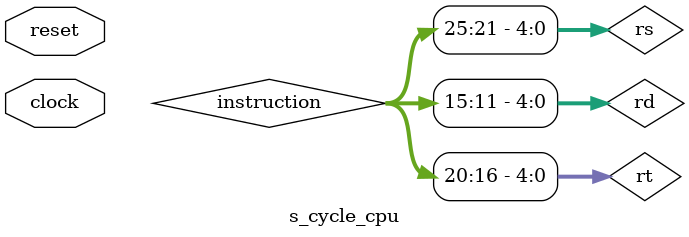
<source format=v>
module pc(pc,clock,reset,npc);

    output [31:0] pc;
    input clock;
    input reset;
    input [31:0] npc;

    reg [31:0] data;

    always @(posedge clock or negedge reset)
        begin
            if (reset == 0)
                data <= 32'h00003000;
            else
                data <= npc;
        end

    assign pc = data;

endmodule

module im(instruction,pc);

    output [31:0] instruction;
    input [31:0] pc;

    reg [31:0] ins_memory[1023:0]; //4k指令存储器

    assign instruction = ins_memory[pc[11:0]>>2];

endmodule

module gpr(a,b,clock,reg_write,num_write,rs,rt,data_write);

    output [31:0] a;  
    output [31:0] b;
    input clock;
    input reg_write;
    input [4:0] rs; //读寄存器1
    input [4:0] rt; //读寄存器2
    input [4:0] num_write; //写寄存器
    input [31:0] data_write; //写数据

    reg [31:0] gp_registers[31:0];  //32个寄存器
    integer i;

    initial
    begin
        for (i = 0; i < 32; i = i + 1)
            gp_registers[i] = 32'b0;
    end

    assign a = gp_registers[rs];
    assign b = gp_registers[rt];

    always @(posedge clock)
    begin
        if (reg_write == 1 && num_write != 0)
            gp_registers[num_write] <= data_write;
    end

endmodule

module alu(c,a,b);

    output [31:0] c;
    input [31:0] a;
    input [31:0] b;

    assign c = a + b;

endmodule

module s_cycle_cpu(clock,reset);

    //输入
    input clock;
    input reset;

    wire [31:0] npc;
    wire [31:0] pc;
    wire [31:0] instruction;
    wire [4:0] rs; //读寄存器1
    wire [4:0] rt; //读寄存器2
    wire [4:0] rd;
    wire reg_write;
    wire [31:0] a;  
    wire [31:0] b;
    wire [31:0] c;

    pc PC(.pc(pc),.clock(clock),.reset(reset),.npc(npc));
    assign npc = pc + 4;
    im IM(.instruction(instruction),.pc(pc));
    assign rs = instruction [25:21];
	assign rt = instruction [20:16];
	assign rd = instruction [15:11];
    gpr GPR(.a(a),.b(b),.clock(clock),.reg_write(reg_write),.num_write(rd),.rs(rs),.rt(rt),.data_write(c));
    alu ALU(.c(c),.a(a),.b(b));

endmodule
</source>
